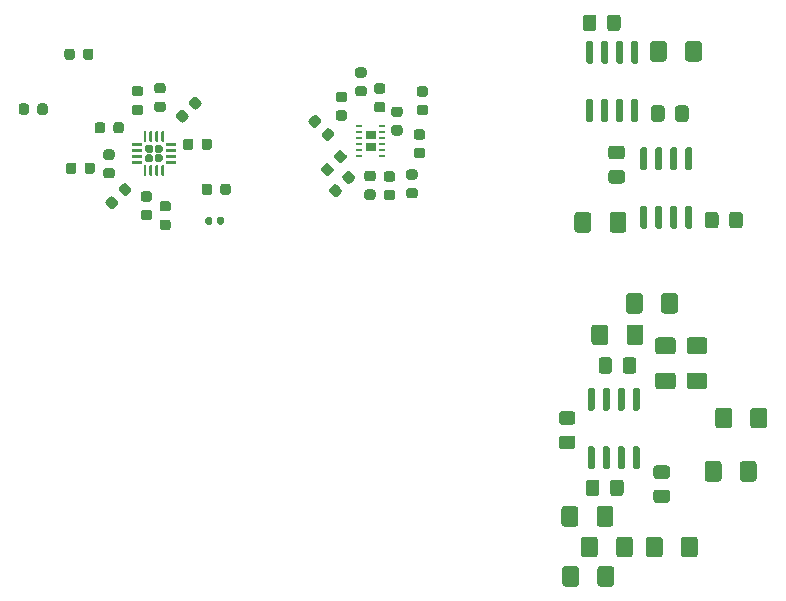
<source format=gbr>
%TF.GenerationSoftware,KiCad,Pcbnew,(5.1.8)-1*%
%TF.CreationDate,2021-03-14T21:45:14-06:00*%
%TF.ProjectId,Audio Card,41756469-6f20-4436-9172-642e6b696361,rev?*%
%TF.SameCoordinates,Original*%
%TF.FileFunction,Paste,Top*%
%TF.FilePolarity,Positive*%
%FSLAX46Y46*%
G04 Gerber Fmt 4.6, Leading zero omitted, Abs format (unit mm)*
G04 Created by KiCad (PCBNEW (5.1.8)-1) date 2021-03-14 21:45:14*
%MOMM*%
%LPD*%
G01*
G04 APERTURE LIST*
%ADD10R,0.950000X0.800000*%
%ADD11R,0.500000X0.250000*%
G04 APERTURE END LIST*
%TO.C,U9*%
G36*
G01*
X176664200Y-56995100D02*
X176664200Y-56245100D01*
G75*
G02*
X176726700Y-56182600I62500J0D01*
G01*
X176851700Y-56182600D01*
G75*
G02*
X176914200Y-56245100I0J-62500D01*
G01*
X176914200Y-56995100D01*
G75*
G02*
X176851700Y-57057600I-62500J0D01*
G01*
X176726700Y-57057600D01*
G75*
G02*
X176664200Y-56995100I0J62500D01*
G01*
G37*
G36*
G01*
X177164200Y-56995100D02*
X177164200Y-56245100D01*
G75*
G02*
X177226700Y-56182600I62500J0D01*
G01*
X177351700Y-56182600D01*
G75*
G02*
X177414200Y-56245100I0J-62500D01*
G01*
X177414200Y-56995100D01*
G75*
G02*
X177351700Y-57057600I-62500J0D01*
G01*
X177226700Y-57057600D01*
G75*
G02*
X177164200Y-56995100I0J62500D01*
G01*
G37*
G36*
G01*
X177664200Y-56995100D02*
X177664200Y-56245100D01*
G75*
G02*
X177726700Y-56182600I62500J0D01*
G01*
X177851700Y-56182600D01*
G75*
G02*
X177914200Y-56245100I0J-62500D01*
G01*
X177914200Y-56995100D01*
G75*
G02*
X177851700Y-57057600I-62500J0D01*
G01*
X177726700Y-57057600D01*
G75*
G02*
X177664200Y-56995100I0J62500D01*
G01*
G37*
G36*
G01*
X178164200Y-56995100D02*
X178164200Y-56245100D01*
G75*
G02*
X178226700Y-56182600I62500J0D01*
G01*
X178351700Y-56182600D01*
G75*
G02*
X178414200Y-56245100I0J-62500D01*
G01*
X178414200Y-56995100D01*
G75*
G02*
X178351700Y-57057600I-62500J0D01*
G01*
X178226700Y-57057600D01*
G75*
G02*
X178164200Y-56995100I0J62500D01*
G01*
G37*
G36*
G01*
X178539200Y-57370100D02*
X178539200Y-57245100D01*
G75*
G02*
X178601700Y-57182600I62500J0D01*
G01*
X179351700Y-57182600D01*
G75*
G02*
X179414200Y-57245100I0J-62500D01*
G01*
X179414200Y-57370100D01*
G75*
G02*
X179351700Y-57432600I-62500J0D01*
G01*
X178601700Y-57432600D01*
G75*
G02*
X178539200Y-57370100I0J62500D01*
G01*
G37*
G36*
G01*
X178539200Y-57870100D02*
X178539200Y-57745100D01*
G75*
G02*
X178601700Y-57682600I62500J0D01*
G01*
X179351700Y-57682600D01*
G75*
G02*
X179414200Y-57745100I0J-62500D01*
G01*
X179414200Y-57870100D01*
G75*
G02*
X179351700Y-57932600I-62500J0D01*
G01*
X178601700Y-57932600D01*
G75*
G02*
X178539200Y-57870100I0J62500D01*
G01*
G37*
G36*
G01*
X178539200Y-58370100D02*
X178539200Y-58245100D01*
G75*
G02*
X178601700Y-58182600I62500J0D01*
G01*
X179351700Y-58182600D01*
G75*
G02*
X179414200Y-58245100I0J-62500D01*
G01*
X179414200Y-58370100D01*
G75*
G02*
X179351700Y-58432600I-62500J0D01*
G01*
X178601700Y-58432600D01*
G75*
G02*
X178539200Y-58370100I0J62500D01*
G01*
G37*
G36*
G01*
X178539200Y-58870100D02*
X178539200Y-58745100D01*
G75*
G02*
X178601700Y-58682600I62500J0D01*
G01*
X179351700Y-58682600D01*
G75*
G02*
X179414200Y-58745100I0J-62500D01*
G01*
X179414200Y-58870100D01*
G75*
G02*
X179351700Y-58932600I-62500J0D01*
G01*
X178601700Y-58932600D01*
G75*
G02*
X178539200Y-58870100I0J62500D01*
G01*
G37*
G36*
G01*
X178164200Y-59870100D02*
X178164200Y-59120100D01*
G75*
G02*
X178226700Y-59057600I62500J0D01*
G01*
X178351700Y-59057600D01*
G75*
G02*
X178414200Y-59120100I0J-62500D01*
G01*
X178414200Y-59870100D01*
G75*
G02*
X178351700Y-59932600I-62500J0D01*
G01*
X178226700Y-59932600D01*
G75*
G02*
X178164200Y-59870100I0J62500D01*
G01*
G37*
G36*
G01*
X177664200Y-59870100D02*
X177664200Y-59120100D01*
G75*
G02*
X177726700Y-59057600I62500J0D01*
G01*
X177851700Y-59057600D01*
G75*
G02*
X177914200Y-59120100I0J-62500D01*
G01*
X177914200Y-59870100D01*
G75*
G02*
X177851700Y-59932600I-62500J0D01*
G01*
X177726700Y-59932600D01*
G75*
G02*
X177664200Y-59870100I0J62500D01*
G01*
G37*
G36*
G01*
X177164200Y-59870100D02*
X177164200Y-59120100D01*
G75*
G02*
X177226700Y-59057600I62500J0D01*
G01*
X177351700Y-59057600D01*
G75*
G02*
X177414200Y-59120100I0J-62500D01*
G01*
X177414200Y-59870100D01*
G75*
G02*
X177351700Y-59932600I-62500J0D01*
G01*
X177226700Y-59932600D01*
G75*
G02*
X177164200Y-59870100I0J62500D01*
G01*
G37*
G36*
G01*
X176664200Y-59870100D02*
X176664200Y-59120100D01*
G75*
G02*
X176726700Y-59057600I62500J0D01*
G01*
X176851700Y-59057600D01*
G75*
G02*
X176914200Y-59120100I0J-62500D01*
G01*
X176914200Y-59870100D01*
G75*
G02*
X176851700Y-59932600I-62500J0D01*
G01*
X176726700Y-59932600D01*
G75*
G02*
X176664200Y-59870100I0J62500D01*
G01*
G37*
G36*
G01*
X175664200Y-58870100D02*
X175664200Y-58745100D01*
G75*
G02*
X175726700Y-58682600I62500J0D01*
G01*
X176476700Y-58682600D01*
G75*
G02*
X176539200Y-58745100I0J-62500D01*
G01*
X176539200Y-58870100D01*
G75*
G02*
X176476700Y-58932600I-62500J0D01*
G01*
X175726700Y-58932600D01*
G75*
G02*
X175664200Y-58870100I0J62500D01*
G01*
G37*
G36*
G01*
X175664200Y-58370100D02*
X175664200Y-58245100D01*
G75*
G02*
X175726700Y-58182600I62500J0D01*
G01*
X176476700Y-58182600D01*
G75*
G02*
X176539200Y-58245100I0J-62500D01*
G01*
X176539200Y-58370100D01*
G75*
G02*
X176476700Y-58432600I-62500J0D01*
G01*
X175726700Y-58432600D01*
G75*
G02*
X175664200Y-58370100I0J62500D01*
G01*
G37*
G36*
G01*
X175664200Y-57870100D02*
X175664200Y-57745100D01*
G75*
G02*
X175726700Y-57682600I62500J0D01*
G01*
X176476700Y-57682600D01*
G75*
G02*
X176539200Y-57745100I0J-62500D01*
G01*
X176539200Y-57870100D01*
G75*
G02*
X176476700Y-57932600I-62500J0D01*
G01*
X175726700Y-57932600D01*
G75*
G02*
X175664200Y-57870100I0J62500D01*
G01*
G37*
G36*
G01*
X175664200Y-57370100D02*
X175664200Y-57245100D01*
G75*
G02*
X175726700Y-57182600I62500J0D01*
G01*
X176476700Y-57182600D01*
G75*
G02*
X176539200Y-57245100I0J-62500D01*
G01*
X176539200Y-57370100D01*
G75*
G02*
X176476700Y-57432600I-62500J0D01*
G01*
X175726700Y-57432600D01*
G75*
G02*
X175664200Y-57370100I0J62500D01*
G01*
G37*
G36*
G01*
X177594200Y-58630100D02*
X177594200Y-58285100D01*
G75*
G02*
X177766700Y-58112600I172500J0D01*
G01*
X178111700Y-58112600D01*
G75*
G02*
X178284200Y-58285100I0J-172500D01*
G01*
X178284200Y-58630100D01*
G75*
G02*
X178111700Y-58802600I-172500J0D01*
G01*
X177766700Y-58802600D01*
G75*
G02*
X177594200Y-58630100I0J172500D01*
G01*
G37*
G36*
G01*
X177594200Y-57830100D02*
X177594200Y-57485100D01*
G75*
G02*
X177766700Y-57312600I172500J0D01*
G01*
X178111700Y-57312600D01*
G75*
G02*
X178284200Y-57485100I0J-172500D01*
G01*
X178284200Y-57830100D01*
G75*
G02*
X178111700Y-58002600I-172500J0D01*
G01*
X177766700Y-58002600D01*
G75*
G02*
X177594200Y-57830100I0J172500D01*
G01*
G37*
G36*
G01*
X176794200Y-58630100D02*
X176794200Y-58285100D01*
G75*
G02*
X176966700Y-58112600I172500J0D01*
G01*
X177311700Y-58112600D01*
G75*
G02*
X177484200Y-58285100I0J-172500D01*
G01*
X177484200Y-58630100D01*
G75*
G02*
X177311700Y-58802600I-172500J0D01*
G01*
X176966700Y-58802600D01*
G75*
G02*
X176794200Y-58630100I0J172500D01*
G01*
G37*
G36*
G01*
X176794200Y-57830100D02*
X176794200Y-57485100D01*
G75*
G02*
X176966700Y-57312600I172500J0D01*
G01*
X177311700Y-57312600D01*
G75*
G02*
X177484200Y-57485100I0J-172500D01*
G01*
X177484200Y-57830100D01*
G75*
G02*
X177311700Y-58002600I-172500J0D01*
G01*
X176966700Y-58002600D01*
G75*
G02*
X176794200Y-57830100I0J172500D01*
G01*
G37*
%TD*%
%TO.C,C22*%
G36*
G01*
X216275499Y-59441500D02*
X217175501Y-59441500D01*
G75*
G02*
X217425500Y-59691499I0J-249999D01*
G01*
X217425500Y-60341501D01*
G75*
G02*
X217175501Y-60591500I-249999J0D01*
G01*
X216275499Y-60591500D01*
G75*
G02*
X216025500Y-60341501I0J249999D01*
G01*
X216025500Y-59691499D01*
G75*
G02*
X216275499Y-59441500I249999J0D01*
G01*
G37*
G36*
G01*
X216275499Y-57391500D02*
X217175501Y-57391500D01*
G75*
G02*
X217425500Y-57641499I0J-249999D01*
G01*
X217425500Y-58291501D01*
G75*
G02*
X217175501Y-58541500I-249999J0D01*
G01*
X216275499Y-58541500D01*
G75*
G02*
X216025500Y-58291501I0J249999D01*
G01*
X216025500Y-57641499D01*
G75*
G02*
X216275499Y-57391500I249999J0D01*
G01*
G37*
%TD*%
%TO.C,C21*%
G36*
G01*
X226247000Y-64140501D02*
X226247000Y-63240499D01*
G75*
G02*
X226496999Y-62990500I249999J0D01*
G01*
X227147001Y-62990500D01*
G75*
G02*
X227397000Y-63240499I0J-249999D01*
G01*
X227397000Y-64140501D01*
G75*
G02*
X227147001Y-64390500I-249999J0D01*
G01*
X226496999Y-64390500D01*
G75*
G02*
X226247000Y-64140501I0J249999D01*
G01*
G37*
G36*
G01*
X224197000Y-64140501D02*
X224197000Y-63240499D01*
G75*
G02*
X224446999Y-62990500I249999J0D01*
G01*
X225097001Y-62990500D01*
G75*
G02*
X225347000Y-63240499I0J-249999D01*
G01*
X225347000Y-64140501D01*
G75*
G02*
X225097001Y-64390500I-249999J0D01*
G01*
X224446999Y-64390500D01*
G75*
G02*
X224197000Y-64140501I0J249999D01*
G01*
G37*
%TD*%
%TO.C,C20*%
G36*
G01*
X221675000Y-55123501D02*
X221675000Y-54223499D01*
G75*
G02*
X221924999Y-53973500I249999J0D01*
G01*
X222575001Y-53973500D01*
G75*
G02*
X222825000Y-54223499I0J-249999D01*
G01*
X222825000Y-55123501D01*
G75*
G02*
X222575001Y-55373500I-249999J0D01*
G01*
X221924999Y-55373500D01*
G75*
G02*
X221675000Y-55123501I0J249999D01*
G01*
G37*
G36*
G01*
X219625000Y-55123501D02*
X219625000Y-54223499D01*
G75*
G02*
X219874999Y-53973500I249999J0D01*
G01*
X220525001Y-53973500D01*
G75*
G02*
X220775000Y-54223499I0J-249999D01*
G01*
X220775000Y-55123501D01*
G75*
G02*
X220525001Y-55373500I-249999J0D01*
G01*
X219874999Y-55373500D01*
G75*
G02*
X219625000Y-55123501I0J249999D01*
G01*
G37*
%TD*%
%TO.C,C19*%
G36*
G01*
X220085499Y-86501500D02*
X220985501Y-86501500D01*
G75*
G02*
X221235500Y-86751499I0J-249999D01*
G01*
X221235500Y-87401501D01*
G75*
G02*
X220985501Y-87651500I-249999J0D01*
G01*
X220085499Y-87651500D01*
G75*
G02*
X219835500Y-87401501I0J249999D01*
G01*
X219835500Y-86751499D01*
G75*
G02*
X220085499Y-86501500I249999J0D01*
G01*
G37*
G36*
G01*
X220085499Y-84451500D02*
X220985501Y-84451500D01*
G75*
G02*
X221235500Y-84701499I0J-249999D01*
G01*
X221235500Y-85351501D01*
G75*
G02*
X220985501Y-85601500I-249999J0D01*
G01*
X220085499Y-85601500D01*
G75*
G02*
X219835500Y-85351501I0J249999D01*
G01*
X219835500Y-84701499D01*
G75*
G02*
X220085499Y-84451500I249999J0D01*
G01*
G37*
%TD*%
%TO.C,C18*%
G36*
G01*
X212084499Y-81929500D02*
X212984501Y-81929500D01*
G75*
G02*
X213234500Y-82179499I0J-249999D01*
G01*
X213234500Y-82829501D01*
G75*
G02*
X212984501Y-83079500I-249999J0D01*
G01*
X212084499Y-83079500D01*
G75*
G02*
X211834500Y-82829501I0J249999D01*
G01*
X211834500Y-82179499D01*
G75*
G02*
X212084499Y-81929500I249999J0D01*
G01*
G37*
G36*
G01*
X212084499Y-79879500D02*
X212984501Y-79879500D01*
G75*
G02*
X213234500Y-80129499I0J-249999D01*
G01*
X213234500Y-80779501D01*
G75*
G02*
X212984501Y-81029500I-249999J0D01*
G01*
X212084499Y-81029500D01*
G75*
G02*
X211834500Y-80779501I0J249999D01*
G01*
X211834500Y-80129499D01*
G75*
G02*
X212084499Y-79879500I249999J0D01*
G01*
G37*
%TD*%
%TO.C,C17*%
G36*
G01*
X215905500Y-47440001D02*
X215905500Y-46539999D01*
G75*
G02*
X216155499Y-46290000I249999J0D01*
G01*
X216805501Y-46290000D01*
G75*
G02*
X217055500Y-46539999I0J-249999D01*
G01*
X217055500Y-47440001D01*
G75*
G02*
X216805501Y-47690000I-249999J0D01*
G01*
X216155499Y-47690000D01*
G75*
G02*
X215905500Y-47440001I0J249999D01*
G01*
G37*
G36*
G01*
X213855500Y-47440001D02*
X213855500Y-46539999D01*
G75*
G02*
X214105499Y-46290000I249999J0D01*
G01*
X214755501Y-46290000D01*
G75*
G02*
X215005500Y-46539999I0J-249999D01*
G01*
X215005500Y-47440001D01*
G75*
G02*
X214755501Y-47690000I-249999J0D01*
G01*
X214105499Y-47690000D01*
G75*
G02*
X213855500Y-47440001I0J249999D01*
G01*
G37*
%TD*%
%TO.C,C4*%
G36*
G01*
X216339000Y-75559499D02*
X216339000Y-76459501D01*
G75*
G02*
X216089001Y-76709500I-249999J0D01*
G01*
X215438999Y-76709500D01*
G75*
G02*
X215189000Y-76459501I0J249999D01*
G01*
X215189000Y-75559499D01*
G75*
G02*
X215438999Y-75309500I249999J0D01*
G01*
X216089001Y-75309500D01*
G75*
G02*
X216339000Y-75559499I0J-249999D01*
G01*
G37*
G36*
G01*
X218389000Y-75559499D02*
X218389000Y-76459501D01*
G75*
G02*
X218139001Y-76709500I-249999J0D01*
G01*
X217488999Y-76709500D01*
G75*
G02*
X217239000Y-76459501I0J249999D01*
G01*
X217239000Y-75559499D01*
G75*
G02*
X217488999Y-75309500I249999J0D01*
G01*
X218139001Y-75309500D01*
G75*
G02*
X218389000Y-75559499I0J-249999D01*
G01*
G37*
%TD*%
%TO.C,C2*%
G36*
G01*
X215259500Y-85909999D02*
X215259500Y-86810001D01*
G75*
G02*
X215009501Y-87060000I-249999J0D01*
G01*
X214359499Y-87060000D01*
G75*
G02*
X214109500Y-86810001I0J249999D01*
G01*
X214109500Y-85909999D01*
G75*
G02*
X214359499Y-85660000I249999J0D01*
G01*
X215009501Y-85660000D01*
G75*
G02*
X215259500Y-85909999I0J-249999D01*
G01*
G37*
G36*
G01*
X217309500Y-85909999D02*
X217309500Y-86810001D01*
G75*
G02*
X217059501Y-87060000I-249999J0D01*
G01*
X216409499Y-87060000D01*
G75*
G02*
X216159500Y-86810001I0J249999D01*
G01*
X216159500Y-85909999D01*
G75*
G02*
X216409499Y-85660000I249999J0D01*
G01*
X217059501Y-85660000D01*
G75*
G02*
X217309500Y-85909999I0J-249999D01*
G01*
G37*
%TD*%
%TO.C,R10*%
G36*
G01*
X216118500Y-64506000D02*
X216118500Y-63256000D01*
G75*
G02*
X216368500Y-63006000I250000J0D01*
G01*
X217293500Y-63006000D01*
G75*
G02*
X217543500Y-63256000I0J-250000D01*
G01*
X217543500Y-64506000D01*
G75*
G02*
X217293500Y-64756000I-250000J0D01*
G01*
X216368500Y-64756000D01*
G75*
G02*
X216118500Y-64506000I0J250000D01*
G01*
G37*
G36*
G01*
X213143500Y-64506000D02*
X213143500Y-63256000D01*
G75*
G02*
X213393500Y-63006000I250000J0D01*
G01*
X214318500Y-63006000D01*
G75*
G02*
X214568500Y-63256000I0J-250000D01*
G01*
X214568500Y-64506000D01*
G75*
G02*
X214318500Y-64756000I-250000J0D01*
G01*
X213393500Y-64756000D01*
G75*
G02*
X213143500Y-64506000I0J250000D01*
G01*
G37*
%TD*%
%TO.C,R6*%
G36*
G01*
X228041500Y-81079500D02*
X228041500Y-79829500D01*
G75*
G02*
X228291500Y-79579500I250000J0D01*
G01*
X229216500Y-79579500D01*
G75*
G02*
X229466500Y-79829500I0J-250000D01*
G01*
X229466500Y-81079500D01*
G75*
G02*
X229216500Y-81329500I-250000J0D01*
G01*
X228291500Y-81329500D01*
G75*
G02*
X228041500Y-81079500I0J250000D01*
G01*
G37*
G36*
G01*
X225066500Y-81079500D02*
X225066500Y-79829500D01*
G75*
G02*
X225316500Y-79579500I250000J0D01*
G01*
X226241500Y-79579500D01*
G75*
G02*
X226491500Y-79829500I0J-250000D01*
G01*
X226491500Y-81079500D01*
G75*
G02*
X226241500Y-81329500I-250000J0D01*
G01*
X225316500Y-81329500D01*
G75*
G02*
X225066500Y-81079500I0J250000D01*
G01*
G37*
%TD*%
%TO.C,R5*%
G36*
G01*
X220967000Y-48778000D02*
X220967000Y-50028000D01*
G75*
G02*
X220717000Y-50278000I-250000J0D01*
G01*
X219792000Y-50278000D01*
G75*
G02*
X219542000Y-50028000I0J250000D01*
G01*
X219542000Y-48778000D01*
G75*
G02*
X219792000Y-48528000I250000J0D01*
G01*
X220717000Y-48528000D01*
G75*
G02*
X220967000Y-48778000I0J-250000D01*
G01*
G37*
G36*
G01*
X223942000Y-48778000D02*
X223942000Y-50028000D01*
G75*
G02*
X223692000Y-50278000I-250000J0D01*
G01*
X222767000Y-50278000D01*
G75*
G02*
X222517000Y-50028000I0J250000D01*
G01*
X222517000Y-48778000D01*
G75*
G02*
X222767000Y-48528000I250000J0D01*
G01*
X223692000Y-48528000D01*
G75*
G02*
X223942000Y-48778000I0J-250000D01*
G01*
G37*
%TD*%
%TO.C,R1*%
G36*
G01*
X227152500Y-85588000D02*
X227152500Y-84338000D01*
G75*
G02*
X227402500Y-84088000I250000J0D01*
G01*
X228327500Y-84088000D01*
G75*
G02*
X228577500Y-84338000I0J-250000D01*
G01*
X228577500Y-85588000D01*
G75*
G02*
X228327500Y-85838000I-250000J0D01*
G01*
X227402500Y-85838000D01*
G75*
G02*
X227152500Y-85588000I0J250000D01*
G01*
G37*
G36*
G01*
X224177500Y-85588000D02*
X224177500Y-84338000D01*
G75*
G02*
X224427500Y-84088000I250000J0D01*
G01*
X225352500Y-84088000D01*
G75*
G02*
X225602500Y-84338000I0J-250000D01*
G01*
X225602500Y-85588000D01*
G75*
G02*
X225352500Y-85838000I-250000J0D01*
G01*
X224427500Y-85838000D01*
G75*
G02*
X224177500Y-85588000I0J250000D01*
G01*
G37*
%TD*%
%TO.C,C3*%
G36*
G01*
X221478000Y-75044000D02*
X220228000Y-75044000D01*
G75*
G02*
X219978000Y-74794000I0J250000D01*
G01*
X219978000Y-73869000D01*
G75*
G02*
X220228000Y-73619000I250000J0D01*
G01*
X221478000Y-73619000D01*
G75*
G02*
X221728000Y-73869000I0J-250000D01*
G01*
X221728000Y-74794000D01*
G75*
G02*
X221478000Y-75044000I-250000J0D01*
G01*
G37*
G36*
G01*
X221478000Y-78019000D02*
X220228000Y-78019000D01*
G75*
G02*
X219978000Y-77769000I0J250000D01*
G01*
X219978000Y-76844000D01*
G75*
G02*
X220228000Y-76594000I250000J0D01*
G01*
X221478000Y-76594000D01*
G75*
G02*
X221728000Y-76844000I0J-250000D01*
G01*
X221728000Y-77769000D01*
G75*
G02*
X221478000Y-78019000I-250000J0D01*
G01*
G37*
%TD*%
%TO.C,C1*%
G36*
G01*
X213474000Y-88148000D02*
X213474000Y-89398000D01*
G75*
G02*
X213224000Y-89648000I-250000J0D01*
G01*
X212299000Y-89648000D01*
G75*
G02*
X212049000Y-89398000I0J250000D01*
G01*
X212049000Y-88148000D01*
G75*
G02*
X212299000Y-87898000I250000J0D01*
G01*
X213224000Y-87898000D01*
G75*
G02*
X213474000Y-88148000I0J-250000D01*
G01*
G37*
G36*
G01*
X216449000Y-88148000D02*
X216449000Y-89398000D01*
G75*
G02*
X216199000Y-89648000I-250000J0D01*
G01*
X215274000Y-89648000D01*
G75*
G02*
X215024000Y-89398000I0J250000D01*
G01*
X215024000Y-88148000D01*
G75*
G02*
X215274000Y-87898000I250000J0D01*
G01*
X216199000Y-87898000D01*
G75*
G02*
X216449000Y-88148000I0J-250000D01*
G01*
G37*
%TD*%
%TO.C,R9*%
G36*
G01*
X220485000Y-71364000D02*
X220485000Y-70114000D01*
G75*
G02*
X220735000Y-69864000I250000J0D01*
G01*
X221660000Y-69864000D01*
G75*
G02*
X221910000Y-70114000I0J-250000D01*
G01*
X221910000Y-71364000D01*
G75*
G02*
X221660000Y-71614000I-250000J0D01*
G01*
X220735000Y-71614000D01*
G75*
G02*
X220485000Y-71364000I0J250000D01*
G01*
G37*
G36*
G01*
X217510000Y-71364000D02*
X217510000Y-70114000D01*
G75*
G02*
X217760000Y-69864000I250000J0D01*
G01*
X218685000Y-69864000D01*
G75*
G02*
X218935000Y-70114000I0J-250000D01*
G01*
X218935000Y-71364000D01*
G75*
G02*
X218685000Y-71614000I-250000J0D01*
G01*
X217760000Y-71614000D01*
G75*
G02*
X217510000Y-71364000I0J250000D01*
G01*
G37*
%TD*%
%TO.C,R8*%
G36*
G01*
X217564000Y-74031000D02*
X217564000Y-72781000D01*
G75*
G02*
X217814000Y-72531000I250000J0D01*
G01*
X218739000Y-72531000D01*
G75*
G02*
X218989000Y-72781000I0J-250000D01*
G01*
X218989000Y-74031000D01*
G75*
G02*
X218739000Y-74281000I-250000J0D01*
G01*
X217814000Y-74281000D01*
G75*
G02*
X217564000Y-74031000I0J250000D01*
G01*
G37*
G36*
G01*
X214589000Y-74031000D02*
X214589000Y-72781000D01*
G75*
G02*
X214839000Y-72531000I250000J0D01*
G01*
X215764000Y-72531000D01*
G75*
G02*
X216014000Y-72781000I0J-250000D01*
G01*
X216014000Y-74031000D01*
G75*
G02*
X215764000Y-74281000I-250000J0D01*
G01*
X214839000Y-74281000D01*
G75*
G02*
X214589000Y-74031000I0J250000D01*
G01*
G37*
%TD*%
%TO.C,R7*%
G36*
G01*
X222895000Y-76594000D02*
X224145000Y-76594000D01*
G75*
G02*
X224395000Y-76844000I0J-250000D01*
G01*
X224395000Y-77769000D01*
G75*
G02*
X224145000Y-78019000I-250000J0D01*
G01*
X222895000Y-78019000D01*
G75*
G02*
X222645000Y-77769000I0J250000D01*
G01*
X222645000Y-76844000D01*
G75*
G02*
X222895000Y-76594000I250000J0D01*
G01*
G37*
G36*
G01*
X222895000Y-73619000D02*
X224145000Y-73619000D01*
G75*
G02*
X224395000Y-73869000I0J-250000D01*
G01*
X224395000Y-74794000D01*
G75*
G02*
X224145000Y-75044000I-250000J0D01*
G01*
X222895000Y-75044000D01*
G75*
G02*
X222645000Y-74794000I0J250000D01*
G01*
X222645000Y-73869000D01*
G75*
G02*
X222895000Y-73619000I250000J0D01*
G01*
G37*
%TD*%
%TO.C,R4*%
G36*
G01*
X222163000Y-92001500D02*
X222163000Y-90751500D01*
G75*
G02*
X222413000Y-90501500I250000J0D01*
G01*
X223338000Y-90501500D01*
G75*
G02*
X223588000Y-90751500I0J-250000D01*
G01*
X223588000Y-92001500D01*
G75*
G02*
X223338000Y-92251500I-250000J0D01*
G01*
X222413000Y-92251500D01*
G75*
G02*
X222163000Y-92001500I0J250000D01*
G01*
G37*
G36*
G01*
X219188000Y-92001500D02*
X219188000Y-90751500D01*
G75*
G02*
X219438000Y-90501500I250000J0D01*
G01*
X220363000Y-90501500D01*
G75*
G02*
X220613000Y-90751500I0J-250000D01*
G01*
X220613000Y-92001500D01*
G75*
G02*
X220363000Y-92251500I-250000J0D01*
G01*
X219438000Y-92251500D01*
G75*
G02*
X219188000Y-92001500I0J250000D01*
G01*
G37*
%TD*%
%TO.C,R3*%
G36*
G01*
X216675000Y-92001500D02*
X216675000Y-90751500D01*
G75*
G02*
X216925000Y-90501500I250000J0D01*
G01*
X217850000Y-90501500D01*
G75*
G02*
X218100000Y-90751500I0J-250000D01*
G01*
X218100000Y-92001500D01*
G75*
G02*
X217850000Y-92251500I-250000J0D01*
G01*
X216925000Y-92251500D01*
G75*
G02*
X216675000Y-92001500I0J250000D01*
G01*
G37*
G36*
G01*
X213700000Y-92001500D02*
X213700000Y-90751500D01*
G75*
G02*
X213950000Y-90501500I250000J0D01*
G01*
X214875000Y-90501500D01*
G75*
G02*
X215125000Y-90751500I0J-250000D01*
G01*
X215125000Y-92001500D01*
G75*
G02*
X214875000Y-92251500I-250000J0D01*
G01*
X213950000Y-92251500D01*
G75*
G02*
X213700000Y-92001500I0J250000D01*
G01*
G37*
%TD*%
%TO.C,R2*%
G36*
G01*
X215087500Y-94478000D02*
X215087500Y-93228000D01*
G75*
G02*
X215337500Y-92978000I250000J0D01*
G01*
X216262500Y-92978000D01*
G75*
G02*
X216512500Y-93228000I0J-250000D01*
G01*
X216512500Y-94478000D01*
G75*
G02*
X216262500Y-94728000I-250000J0D01*
G01*
X215337500Y-94728000D01*
G75*
G02*
X215087500Y-94478000I0J250000D01*
G01*
G37*
G36*
G01*
X212112500Y-94478000D02*
X212112500Y-93228000D01*
G75*
G02*
X212362500Y-92978000I250000J0D01*
G01*
X213287500Y-92978000D01*
G75*
G02*
X213537500Y-93228000I0J-250000D01*
G01*
X213537500Y-94478000D01*
G75*
G02*
X213287500Y-94728000I-250000J0D01*
G01*
X212362500Y-94728000D01*
G75*
G02*
X212112500Y-94478000I0J250000D01*
G01*
G37*
%TD*%
%TO.C,U3*%
G36*
G01*
X222671500Y-62460000D02*
X222971500Y-62460000D01*
G75*
G02*
X223121500Y-62610000I0J-150000D01*
G01*
X223121500Y-64260000D01*
G75*
G02*
X222971500Y-64410000I-150000J0D01*
G01*
X222671500Y-64410000D01*
G75*
G02*
X222521500Y-64260000I0J150000D01*
G01*
X222521500Y-62610000D01*
G75*
G02*
X222671500Y-62460000I150000J0D01*
G01*
G37*
G36*
G01*
X221401500Y-62460000D02*
X221701500Y-62460000D01*
G75*
G02*
X221851500Y-62610000I0J-150000D01*
G01*
X221851500Y-64260000D01*
G75*
G02*
X221701500Y-64410000I-150000J0D01*
G01*
X221401500Y-64410000D01*
G75*
G02*
X221251500Y-64260000I0J150000D01*
G01*
X221251500Y-62610000D01*
G75*
G02*
X221401500Y-62460000I150000J0D01*
G01*
G37*
G36*
G01*
X220131500Y-62460000D02*
X220431500Y-62460000D01*
G75*
G02*
X220581500Y-62610000I0J-150000D01*
G01*
X220581500Y-64260000D01*
G75*
G02*
X220431500Y-64410000I-150000J0D01*
G01*
X220131500Y-64410000D01*
G75*
G02*
X219981500Y-64260000I0J150000D01*
G01*
X219981500Y-62610000D01*
G75*
G02*
X220131500Y-62460000I150000J0D01*
G01*
G37*
G36*
G01*
X218861500Y-62460000D02*
X219161500Y-62460000D01*
G75*
G02*
X219311500Y-62610000I0J-150000D01*
G01*
X219311500Y-64260000D01*
G75*
G02*
X219161500Y-64410000I-150000J0D01*
G01*
X218861500Y-64410000D01*
G75*
G02*
X218711500Y-64260000I0J150000D01*
G01*
X218711500Y-62610000D01*
G75*
G02*
X218861500Y-62460000I150000J0D01*
G01*
G37*
G36*
G01*
X218861500Y-57510000D02*
X219161500Y-57510000D01*
G75*
G02*
X219311500Y-57660000I0J-150000D01*
G01*
X219311500Y-59310000D01*
G75*
G02*
X219161500Y-59460000I-150000J0D01*
G01*
X218861500Y-59460000D01*
G75*
G02*
X218711500Y-59310000I0J150000D01*
G01*
X218711500Y-57660000D01*
G75*
G02*
X218861500Y-57510000I150000J0D01*
G01*
G37*
G36*
G01*
X220131500Y-57510000D02*
X220431500Y-57510000D01*
G75*
G02*
X220581500Y-57660000I0J-150000D01*
G01*
X220581500Y-59310000D01*
G75*
G02*
X220431500Y-59460000I-150000J0D01*
G01*
X220131500Y-59460000D01*
G75*
G02*
X219981500Y-59310000I0J150000D01*
G01*
X219981500Y-57660000D01*
G75*
G02*
X220131500Y-57510000I150000J0D01*
G01*
G37*
G36*
G01*
X221401500Y-57510000D02*
X221701500Y-57510000D01*
G75*
G02*
X221851500Y-57660000I0J-150000D01*
G01*
X221851500Y-59310000D01*
G75*
G02*
X221701500Y-59460000I-150000J0D01*
G01*
X221401500Y-59460000D01*
G75*
G02*
X221251500Y-59310000I0J150000D01*
G01*
X221251500Y-57660000D01*
G75*
G02*
X221401500Y-57510000I150000J0D01*
G01*
G37*
G36*
G01*
X222671500Y-57510000D02*
X222971500Y-57510000D01*
G75*
G02*
X223121500Y-57660000I0J-150000D01*
G01*
X223121500Y-59310000D01*
G75*
G02*
X222971500Y-59460000I-150000J0D01*
G01*
X222671500Y-59460000D01*
G75*
G02*
X222521500Y-59310000I0J150000D01*
G01*
X222521500Y-57660000D01*
G75*
G02*
X222671500Y-57510000I150000J0D01*
G01*
G37*
%TD*%
%TO.C,U2*%
G36*
G01*
X214589500Y-50443000D02*
X214289500Y-50443000D01*
G75*
G02*
X214139500Y-50293000I0J150000D01*
G01*
X214139500Y-48643000D01*
G75*
G02*
X214289500Y-48493000I150000J0D01*
G01*
X214589500Y-48493000D01*
G75*
G02*
X214739500Y-48643000I0J-150000D01*
G01*
X214739500Y-50293000D01*
G75*
G02*
X214589500Y-50443000I-150000J0D01*
G01*
G37*
G36*
G01*
X215859500Y-50443000D02*
X215559500Y-50443000D01*
G75*
G02*
X215409500Y-50293000I0J150000D01*
G01*
X215409500Y-48643000D01*
G75*
G02*
X215559500Y-48493000I150000J0D01*
G01*
X215859500Y-48493000D01*
G75*
G02*
X216009500Y-48643000I0J-150000D01*
G01*
X216009500Y-50293000D01*
G75*
G02*
X215859500Y-50443000I-150000J0D01*
G01*
G37*
G36*
G01*
X217129500Y-50443000D02*
X216829500Y-50443000D01*
G75*
G02*
X216679500Y-50293000I0J150000D01*
G01*
X216679500Y-48643000D01*
G75*
G02*
X216829500Y-48493000I150000J0D01*
G01*
X217129500Y-48493000D01*
G75*
G02*
X217279500Y-48643000I0J-150000D01*
G01*
X217279500Y-50293000D01*
G75*
G02*
X217129500Y-50443000I-150000J0D01*
G01*
G37*
G36*
G01*
X218399500Y-50443000D02*
X218099500Y-50443000D01*
G75*
G02*
X217949500Y-50293000I0J150000D01*
G01*
X217949500Y-48643000D01*
G75*
G02*
X218099500Y-48493000I150000J0D01*
G01*
X218399500Y-48493000D01*
G75*
G02*
X218549500Y-48643000I0J-150000D01*
G01*
X218549500Y-50293000D01*
G75*
G02*
X218399500Y-50443000I-150000J0D01*
G01*
G37*
G36*
G01*
X218399500Y-55393000D02*
X218099500Y-55393000D01*
G75*
G02*
X217949500Y-55243000I0J150000D01*
G01*
X217949500Y-53593000D01*
G75*
G02*
X218099500Y-53443000I150000J0D01*
G01*
X218399500Y-53443000D01*
G75*
G02*
X218549500Y-53593000I0J-150000D01*
G01*
X218549500Y-55243000D01*
G75*
G02*
X218399500Y-55393000I-150000J0D01*
G01*
G37*
G36*
G01*
X217129500Y-55393000D02*
X216829500Y-55393000D01*
G75*
G02*
X216679500Y-55243000I0J150000D01*
G01*
X216679500Y-53593000D01*
G75*
G02*
X216829500Y-53443000I150000J0D01*
G01*
X217129500Y-53443000D01*
G75*
G02*
X217279500Y-53593000I0J-150000D01*
G01*
X217279500Y-55243000D01*
G75*
G02*
X217129500Y-55393000I-150000J0D01*
G01*
G37*
G36*
G01*
X215859500Y-55393000D02*
X215559500Y-55393000D01*
G75*
G02*
X215409500Y-55243000I0J150000D01*
G01*
X215409500Y-53593000D01*
G75*
G02*
X215559500Y-53443000I150000J0D01*
G01*
X215859500Y-53443000D01*
G75*
G02*
X216009500Y-53593000I0J-150000D01*
G01*
X216009500Y-55243000D01*
G75*
G02*
X215859500Y-55393000I-150000J0D01*
G01*
G37*
G36*
G01*
X214589500Y-55393000D02*
X214289500Y-55393000D01*
G75*
G02*
X214139500Y-55243000I0J150000D01*
G01*
X214139500Y-53593000D01*
G75*
G02*
X214289500Y-53443000I150000J0D01*
G01*
X214589500Y-53443000D01*
G75*
G02*
X214739500Y-53593000I0J-150000D01*
G01*
X214739500Y-55243000D01*
G75*
G02*
X214589500Y-55393000I-150000J0D01*
G01*
G37*
%TD*%
%TO.C,U1*%
G36*
G01*
X214716500Y-79842000D02*
X214416500Y-79842000D01*
G75*
G02*
X214266500Y-79692000I0J150000D01*
G01*
X214266500Y-78042000D01*
G75*
G02*
X214416500Y-77892000I150000J0D01*
G01*
X214716500Y-77892000D01*
G75*
G02*
X214866500Y-78042000I0J-150000D01*
G01*
X214866500Y-79692000D01*
G75*
G02*
X214716500Y-79842000I-150000J0D01*
G01*
G37*
G36*
G01*
X215986500Y-79842000D02*
X215686500Y-79842000D01*
G75*
G02*
X215536500Y-79692000I0J150000D01*
G01*
X215536500Y-78042000D01*
G75*
G02*
X215686500Y-77892000I150000J0D01*
G01*
X215986500Y-77892000D01*
G75*
G02*
X216136500Y-78042000I0J-150000D01*
G01*
X216136500Y-79692000D01*
G75*
G02*
X215986500Y-79842000I-150000J0D01*
G01*
G37*
G36*
G01*
X217256500Y-79842000D02*
X216956500Y-79842000D01*
G75*
G02*
X216806500Y-79692000I0J150000D01*
G01*
X216806500Y-78042000D01*
G75*
G02*
X216956500Y-77892000I150000J0D01*
G01*
X217256500Y-77892000D01*
G75*
G02*
X217406500Y-78042000I0J-150000D01*
G01*
X217406500Y-79692000D01*
G75*
G02*
X217256500Y-79842000I-150000J0D01*
G01*
G37*
G36*
G01*
X218526500Y-79842000D02*
X218226500Y-79842000D01*
G75*
G02*
X218076500Y-79692000I0J150000D01*
G01*
X218076500Y-78042000D01*
G75*
G02*
X218226500Y-77892000I150000J0D01*
G01*
X218526500Y-77892000D01*
G75*
G02*
X218676500Y-78042000I0J-150000D01*
G01*
X218676500Y-79692000D01*
G75*
G02*
X218526500Y-79842000I-150000J0D01*
G01*
G37*
G36*
G01*
X218526500Y-84792000D02*
X218226500Y-84792000D01*
G75*
G02*
X218076500Y-84642000I0J150000D01*
G01*
X218076500Y-82992000D01*
G75*
G02*
X218226500Y-82842000I150000J0D01*
G01*
X218526500Y-82842000D01*
G75*
G02*
X218676500Y-82992000I0J-150000D01*
G01*
X218676500Y-84642000D01*
G75*
G02*
X218526500Y-84792000I-150000J0D01*
G01*
G37*
G36*
G01*
X217256500Y-84792000D02*
X216956500Y-84792000D01*
G75*
G02*
X216806500Y-84642000I0J150000D01*
G01*
X216806500Y-82992000D01*
G75*
G02*
X216956500Y-82842000I150000J0D01*
G01*
X217256500Y-82842000D01*
G75*
G02*
X217406500Y-82992000I0J-150000D01*
G01*
X217406500Y-84642000D01*
G75*
G02*
X217256500Y-84792000I-150000J0D01*
G01*
G37*
G36*
G01*
X215986500Y-84792000D02*
X215686500Y-84792000D01*
G75*
G02*
X215536500Y-84642000I0J150000D01*
G01*
X215536500Y-82992000D01*
G75*
G02*
X215686500Y-82842000I150000J0D01*
G01*
X215986500Y-82842000D01*
G75*
G02*
X216136500Y-82992000I0J-150000D01*
G01*
X216136500Y-84642000D01*
G75*
G02*
X215986500Y-84792000I-150000J0D01*
G01*
G37*
G36*
G01*
X214716500Y-84792000D02*
X214416500Y-84792000D01*
G75*
G02*
X214266500Y-84642000I0J150000D01*
G01*
X214266500Y-82992000D01*
G75*
G02*
X214416500Y-82842000I150000J0D01*
G01*
X214716500Y-82842000D01*
G75*
G02*
X214866500Y-82992000I0J-150000D01*
G01*
X214866500Y-84642000D01*
G75*
G02*
X214716500Y-84792000I-150000J0D01*
G01*
G37*
%TD*%
%TO.C,R28*%
G36*
G01*
X167672500Y-54548750D02*
X167672500Y-54036250D01*
G75*
G02*
X167891250Y-53817500I218750J0D01*
G01*
X168328750Y-53817500D01*
G75*
G02*
X168547500Y-54036250I0J-218750D01*
G01*
X168547500Y-54548750D01*
G75*
G02*
X168328750Y-54767500I-218750J0D01*
G01*
X167891250Y-54767500D01*
G75*
G02*
X167672500Y-54548750I0J218750D01*
G01*
G37*
G36*
G01*
X166097500Y-54548750D02*
X166097500Y-54036250D01*
G75*
G02*
X166316250Y-53817500I218750J0D01*
G01*
X166753750Y-53817500D01*
G75*
G02*
X166972500Y-54036250I0J-218750D01*
G01*
X166972500Y-54548750D01*
G75*
G02*
X166753750Y-54767500I-218750J0D01*
G01*
X166316250Y-54767500D01*
G75*
G02*
X166097500Y-54548750I0J218750D01*
G01*
G37*
%TD*%
%TO.C,C16*%
G36*
G01*
X192357316Y-58930791D02*
X192719709Y-59293184D01*
G75*
G02*
X192719709Y-59602544I-154680J-154680D01*
G01*
X192410350Y-59911903D01*
G75*
G02*
X192100990Y-59911903I-154680J154680D01*
G01*
X191738597Y-59549510D01*
G75*
G02*
X191738597Y-59240150I154680J154680D01*
G01*
X192047956Y-58930791D01*
G75*
G02*
X192357316Y-58930791I154680J-154680D01*
G01*
G37*
G36*
G01*
X193471010Y-57817097D02*
X193833403Y-58179490D01*
G75*
G02*
X193833403Y-58488850I-154680J-154680D01*
G01*
X193524044Y-58798209D01*
G75*
G02*
X193214684Y-58798209I-154680J154680D01*
G01*
X192852291Y-58435816D01*
G75*
G02*
X192852291Y-58126456I154680J154680D01*
G01*
X193161650Y-57817097D01*
G75*
G02*
X193471010Y-57817097I154680J-154680D01*
G01*
G37*
%TD*%
%TO.C,R27*%
G36*
G01*
X197741250Y-60445000D02*
X197228750Y-60445000D01*
G75*
G02*
X197010000Y-60226250I0J218750D01*
G01*
X197010000Y-59788750D01*
G75*
G02*
X197228750Y-59570000I218750J0D01*
G01*
X197741250Y-59570000D01*
G75*
G02*
X197960000Y-59788750I0J-218750D01*
G01*
X197960000Y-60226250D01*
G75*
G02*
X197741250Y-60445000I-218750J0D01*
G01*
G37*
G36*
G01*
X197741250Y-62020000D02*
X197228750Y-62020000D01*
G75*
G02*
X197010000Y-61801250I0J218750D01*
G01*
X197010000Y-61363750D01*
G75*
G02*
X197228750Y-61145000I218750J0D01*
G01*
X197741250Y-61145000D01*
G75*
G02*
X197960000Y-61363750I0J-218750D01*
G01*
X197960000Y-61801250D01*
G75*
G02*
X197741250Y-62020000I-218750J0D01*
G01*
G37*
%TD*%
%TO.C,R26*%
G36*
G01*
X195577750Y-61094000D02*
X196090250Y-61094000D01*
G75*
G02*
X196309000Y-61312750I0J-218750D01*
G01*
X196309000Y-61750250D01*
G75*
G02*
X196090250Y-61969000I-218750J0D01*
G01*
X195577750Y-61969000D01*
G75*
G02*
X195359000Y-61750250I0J218750D01*
G01*
X195359000Y-61312750D01*
G75*
G02*
X195577750Y-61094000I218750J0D01*
G01*
G37*
G36*
G01*
X195577750Y-59519000D02*
X196090250Y-59519000D01*
G75*
G02*
X196309000Y-59737750I0J-218750D01*
G01*
X196309000Y-60175250D01*
G75*
G02*
X196090250Y-60394000I-218750J0D01*
G01*
X195577750Y-60394000D01*
G75*
G02*
X195359000Y-60175250I0J218750D01*
G01*
X195359000Y-59737750D01*
G75*
G02*
X195577750Y-59519000I218750J0D01*
G01*
G37*
%TD*%
%TO.C,R25*%
G36*
G01*
X196403250Y-53690000D02*
X196915750Y-53690000D01*
G75*
G02*
X197134500Y-53908750I0J-218750D01*
G01*
X197134500Y-54346250D01*
G75*
G02*
X196915750Y-54565000I-218750J0D01*
G01*
X196403250Y-54565000D01*
G75*
G02*
X196184500Y-54346250I0J218750D01*
G01*
X196184500Y-53908750D01*
G75*
G02*
X196403250Y-53690000I218750J0D01*
G01*
G37*
G36*
G01*
X196403250Y-52115000D02*
X196915750Y-52115000D01*
G75*
G02*
X197134500Y-52333750I0J-218750D01*
G01*
X197134500Y-52771250D01*
G75*
G02*
X196915750Y-52990000I-218750J0D01*
G01*
X196403250Y-52990000D01*
G75*
G02*
X196184500Y-52771250I0J218750D01*
G01*
X196184500Y-52333750D01*
G75*
G02*
X196403250Y-52115000I218750J0D01*
G01*
G37*
%TD*%
%TO.C,R24*%
G36*
G01*
X199646250Y-60267000D02*
X199133750Y-60267000D01*
G75*
G02*
X198915000Y-60048250I0J218750D01*
G01*
X198915000Y-59610750D01*
G75*
G02*
X199133750Y-59392000I218750J0D01*
G01*
X199646250Y-59392000D01*
G75*
G02*
X199865000Y-59610750I0J-218750D01*
G01*
X199865000Y-60048250D01*
G75*
G02*
X199646250Y-60267000I-218750J0D01*
G01*
G37*
G36*
G01*
X199646250Y-61842000D02*
X199133750Y-61842000D01*
G75*
G02*
X198915000Y-61623250I0J218750D01*
G01*
X198915000Y-61185750D01*
G75*
G02*
X199133750Y-60967000I218750J0D01*
G01*
X199646250Y-60967000D01*
G75*
G02*
X199865000Y-61185750I0J-218750D01*
G01*
X199865000Y-61623250D01*
G75*
G02*
X199646250Y-61842000I-218750J0D01*
G01*
G37*
%TD*%
%TO.C,R23*%
G36*
G01*
X193164750Y-54388500D02*
X193677250Y-54388500D01*
G75*
G02*
X193896000Y-54607250I0J-218750D01*
G01*
X193896000Y-55044750D01*
G75*
G02*
X193677250Y-55263500I-218750J0D01*
G01*
X193164750Y-55263500D01*
G75*
G02*
X192946000Y-55044750I0J218750D01*
G01*
X192946000Y-54607250D01*
G75*
G02*
X193164750Y-54388500I218750J0D01*
G01*
G37*
G36*
G01*
X193164750Y-52813500D02*
X193677250Y-52813500D01*
G75*
G02*
X193896000Y-53032250I0J-218750D01*
G01*
X193896000Y-53469750D01*
G75*
G02*
X193677250Y-53688500I-218750J0D01*
G01*
X193164750Y-53688500D01*
G75*
G02*
X192946000Y-53469750I0J218750D01*
G01*
X192946000Y-53032250D01*
G75*
G02*
X193164750Y-52813500I218750J0D01*
G01*
G37*
%TD*%
%TO.C,R22*%
G36*
G01*
X197863750Y-55658500D02*
X198376250Y-55658500D01*
G75*
G02*
X198595000Y-55877250I0J-218750D01*
G01*
X198595000Y-56314750D01*
G75*
G02*
X198376250Y-56533500I-218750J0D01*
G01*
X197863750Y-56533500D01*
G75*
G02*
X197645000Y-56314750I0J218750D01*
G01*
X197645000Y-55877250D01*
G75*
G02*
X197863750Y-55658500I218750J0D01*
G01*
G37*
G36*
G01*
X197863750Y-54083500D02*
X198376250Y-54083500D01*
G75*
G02*
X198595000Y-54302250I0J-218750D01*
G01*
X198595000Y-54739750D01*
G75*
G02*
X198376250Y-54958500I-218750J0D01*
G01*
X197863750Y-54958500D01*
G75*
G02*
X197645000Y-54739750I0J218750D01*
G01*
X197645000Y-54302250D01*
G75*
G02*
X197863750Y-54083500I218750J0D01*
G01*
G37*
%TD*%
%TO.C,R21*%
G36*
G01*
X183166500Y-61343250D02*
X183166500Y-60830750D01*
G75*
G02*
X183385250Y-60612000I218750J0D01*
G01*
X183822750Y-60612000D01*
G75*
G02*
X184041500Y-60830750I0J-218750D01*
G01*
X184041500Y-61343250D01*
G75*
G02*
X183822750Y-61562000I-218750J0D01*
G01*
X183385250Y-61562000D01*
G75*
G02*
X183166500Y-61343250I0J218750D01*
G01*
G37*
G36*
G01*
X181591500Y-61343250D02*
X181591500Y-60830750D01*
G75*
G02*
X181810250Y-60612000I218750J0D01*
G01*
X182247750Y-60612000D01*
G75*
G02*
X182466500Y-60830750I0J-218750D01*
G01*
X182466500Y-61343250D01*
G75*
G02*
X182247750Y-61562000I-218750J0D01*
G01*
X181810250Y-61562000D01*
G75*
G02*
X181591500Y-61343250I0J218750D01*
G01*
G37*
%TD*%
%TO.C,R20*%
G36*
G01*
X173411500Y-55623750D02*
X173411500Y-56136250D01*
G75*
G02*
X173192750Y-56355000I-218750J0D01*
G01*
X172755250Y-56355000D01*
G75*
G02*
X172536500Y-56136250I0J218750D01*
G01*
X172536500Y-55623750D01*
G75*
G02*
X172755250Y-55405000I218750J0D01*
G01*
X173192750Y-55405000D01*
G75*
G02*
X173411500Y-55623750I0J-218750D01*
G01*
G37*
G36*
G01*
X174986500Y-55623750D02*
X174986500Y-56136250D01*
G75*
G02*
X174767750Y-56355000I-218750J0D01*
G01*
X174330250Y-56355000D01*
G75*
G02*
X174111500Y-56136250I0J218750D01*
G01*
X174111500Y-55623750D01*
G75*
G02*
X174330250Y-55405000I218750J0D01*
G01*
X174767750Y-55405000D01*
G75*
G02*
X174986500Y-55623750I0J-218750D01*
G01*
G37*
%TD*%
%TO.C,R19*%
G36*
G01*
X178754750Y-62959500D02*
X178242250Y-62959500D01*
G75*
G02*
X178023500Y-62740750I0J218750D01*
G01*
X178023500Y-62303250D01*
G75*
G02*
X178242250Y-62084500I218750J0D01*
G01*
X178754750Y-62084500D01*
G75*
G02*
X178973500Y-62303250I0J-218750D01*
G01*
X178973500Y-62740750D01*
G75*
G02*
X178754750Y-62959500I-218750J0D01*
G01*
G37*
G36*
G01*
X178754750Y-64534500D02*
X178242250Y-64534500D01*
G75*
G02*
X178023500Y-64315750I0J218750D01*
G01*
X178023500Y-63878250D01*
G75*
G02*
X178242250Y-63659500I218750J0D01*
G01*
X178754750Y-63659500D01*
G75*
G02*
X178973500Y-63878250I0J-218750D01*
G01*
X178973500Y-64315750D01*
G75*
G02*
X178754750Y-64534500I-218750J0D01*
G01*
G37*
%TD*%
%TO.C,R18*%
G36*
G01*
X181579000Y-57533250D02*
X181579000Y-57020750D01*
G75*
G02*
X181797750Y-56802000I218750J0D01*
G01*
X182235250Y-56802000D01*
G75*
G02*
X182454000Y-57020750I0J-218750D01*
G01*
X182454000Y-57533250D01*
G75*
G02*
X182235250Y-57752000I-218750J0D01*
G01*
X181797750Y-57752000D01*
G75*
G02*
X181579000Y-57533250I0J218750D01*
G01*
G37*
G36*
G01*
X180004000Y-57533250D02*
X180004000Y-57020750D01*
G75*
G02*
X180222750Y-56802000I218750J0D01*
G01*
X180660250Y-56802000D01*
G75*
G02*
X180879000Y-57020750I0J-218750D01*
G01*
X180879000Y-57533250D01*
G75*
G02*
X180660250Y-57752000I-218750J0D01*
G01*
X180222750Y-57752000D01*
G75*
G02*
X180004000Y-57533250I0J218750D01*
G01*
G37*
%TD*%
%TO.C,R17*%
G36*
G01*
X170846000Y-49400750D02*
X170846000Y-49913250D01*
G75*
G02*
X170627250Y-50132000I-218750J0D01*
G01*
X170189750Y-50132000D01*
G75*
G02*
X169971000Y-49913250I0J218750D01*
G01*
X169971000Y-49400750D01*
G75*
G02*
X170189750Y-49182000I218750J0D01*
G01*
X170627250Y-49182000D01*
G75*
G02*
X170846000Y-49400750I0J-218750D01*
G01*
G37*
G36*
G01*
X172421000Y-49400750D02*
X172421000Y-49913250D01*
G75*
G02*
X172202250Y-50132000I-218750J0D01*
G01*
X171764750Y-50132000D01*
G75*
G02*
X171546000Y-49913250I0J218750D01*
G01*
X171546000Y-49400750D01*
G75*
G02*
X171764750Y-49182000I218750J0D01*
G01*
X172202250Y-49182000D01*
G75*
G02*
X172421000Y-49400750I0J-218750D01*
G01*
G37*
%TD*%
%TO.C,R16*%
G36*
G01*
X174118163Y-61739444D02*
X174480556Y-62101837D01*
G75*
G02*
X174480556Y-62411197I-154680J-154680D01*
G01*
X174171197Y-62720556D01*
G75*
G02*
X173861837Y-62720556I-154680J154680D01*
G01*
X173499444Y-62358163D01*
G75*
G02*
X173499444Y-62048803I154680J154680D01*
G01*
X173808803Y-61739444D01*
G75*
G02*
X174118163Y-61739444I154680J-154680D01*
G01*
G37*
G36*
G01*
X175231857Y-60625750D02*
X175594250Y-60988143D01*
G75*
G02*
X175594250Y-61297503I-154680J-154680D01*
G01*
X175284891Y-61606862D01*
G75*
G02*
X174975531Y-61606862I-154680J154680D01*
G01*
X174613138Y-61244469D01*
G75*
G02*
X174613138Y-60935109I154680J154680D01*
G01*
X174922497Y-60625750D01*
G75*
G02*
X175231857Y-60625750I154680J-154680D01*
G01*
G37*
%TD*%
%TO.C,R15*%
G36*
G01*
X176654750Y-62834000D02*
X177167250Y-62834000D01*
G75*
G02*
X177386000Y-63052750I0J-218750D01*
G01*
X177386000Y-63490250D01*
G75*
G02*
X177167250Y-63709000I-218750J0D01*
G01*
X176654750Y-63709000D01*
G75*
G02*
X176436000Y-63490250I0J218750D01*
G01*
X176436000Y-63052750D01*
G75*
G02*
X176654750Y-62834000I218750J0D01*
G01*
G37*
G36*
G01*
X176654750Y-61259000D02*
X177167250Y-61259000D01*
G75*
G02*
X177386000Y-61477750I0J-218750D01*
G01*
X177386000Y-61915250D01*
G75*
G02*
X177167250Y-62134000I-218750J0D01*
G01*
X176654750Y-62134000D01*
G75*
G02*
X176436000Y-61915250I0J218750D01*
G01*
X176436000Y-61477750D01*
G75*
G02*
X176654750Y-61259000I218750J0D01*
G01*
G37*
%TD*%
%TO.C,R14*%
G36*
G01*
X178310250Y-52964500D02*
X177797750Y-52964500D01*
G75*
G02*
X177579000Y-52745750I0J218750D01*
G01*
X177579000Y-52308250D01*
G75*
G02*
X177797750Y-52089500I218750J0D01*
G01*
X178310250Y-52089500D01*
G75*
G02*
X178529000Y-52308250I0J-218750D01*
G01*
X178529000Y-52745750D01*
G75*
G02*
X178310250Y-52964500I-218750J0D01*
G01*
G37*
G36*
G01*
X178310250Y-54539500D02*
X177797750Y-54539500D01*
G75*
G02*
X177579000Y-54320750I0J218750D01*
G01*
X177579000Y-53883250D01*
G75*
G02*
X177797750Y-53664500I218750J0D01*
G01*
X178310250Y-53664500D01*
G75*
G02*
X178529000Y-53883250I0J-218750D01*
G01*
X178529000Y-54320750D01*
G75*
G02*
X178310250Y-54539500I-218750J0D01*
G01*
G37*
%TD*%
%TO.C,R13*%
G36*
G01*
X170973000Y-59052750D02*
X170973000Y-59565250D01*
G75*
G02*
X170754250Y-59784000I-218750J0D01*
G01*
X170316750Y-59784000D01*
G75*
G02*
X170098000Y-59565250I0J218750D01*
G01*
X170098000Y-59052750D01*
G75*
G02*
X170316750Y-58834000I218750J0D01*
G01*
X170754250Y-58834000D01*
G75*
G02*
X170973000Y-59052750I0J-218750D01*
G01*
G37*
G36*
G01*
X172548000Y-59052750D02*
X172548000Y-59565250D01*
G75*
G02*
X172329250Y-59784000I-218750J0D01*
G01*
X171891750Y-59784000D01*
G75*
G02*
X171673000Y-59565250I0J218750D01*
G01*
X171673000Y-59052750D01*
G75*
G02*
X171891750Y-58834000I218750J0D01*
G01*
X172329250Y-58834000D01*
G75*
G02*
X172548000Y-59052750I0J-218750D01*
G01*
G37*
%TD*%
%TO.C,R12*%
G36*
G01*
X176405250Y-53218500D02*
X175892750Y-53218500D01*
G75*
G02*
X175674000Y-52999750I0J218750D01*
G01*
X175674000Y-52562250D01*
G75*
G02*
X175892750Y-52343500I218750J0D01*
G01*
X176405250Y-52343500D01*
G75*
G02*
X176624000Y-52562250I0J-218750D01*
G01*
X176624000Y-52999750D01*
G75*
G02*
X176405250Y-53218500I-218750J0D01*
G01*
G37*
G36*
G01*
X176405250Y-54793500D02*
X175892750Y-54793500D01*
G75*
G02*
X175674000Y-54574750I0J218750D01*
G01*
X175674000Y-54137250D01*
G75*
G02*
X175892750Y-53918500I218750J0D01*
G01*
X176405250Y-53918500D01*
G75*
G02*
X176624000Y-54137250I0J-218750D01*
G01*
X176624000Y-54574750D01*
G75*
G02*
X176405250Y-54793500I-218750J0D01*
G01*
G37*
%TD*%
%TO.C,D1*%
G36*
G01*
X182879500Y-63926500D02*
X182879500Y-63581500D01*
G75*
G02*
X183027000Y-63434000I147500J0D01*
G01*
X183322000Y-63434000D01*
G75*
G02*
X183469500Y-63581500I0J-147500D01*
G01*
X183469500Y-63926500D01*
G75*
G02*
X183322000Y-64074000I-147500J0D01*
G01*
X183027000Y-64074000D01*
G75*
G02*
X182879500Y-63926500I0J147500D01*
G01*
G37*
G36*
G01*
X181909500Y-63926500D02*
X181909500Y-63581500D01*
G75*
G02*
X182057000Y-63434000I147500J0D01*
G01*
X182352000Y-63434000D01*
G75*
G02*
X182499500Y-63581500I0J-147500D01*
G01*
X182499500Y-63926500D01*
G75*
G02*
X182352000Y-64074000I-147500J0D01*
G01*
X182057000Y-64074000D01*
G75*
G02*
X181909500Y-63926500I0J147500D01*
G01*
G37*
%TD*%
%TO.C,C15*%
G36*
G01*
X193898531Y-60576209D02*
X193536138Y-60213816D01*
G75*
G02*
X193536138Y-59904456I154680J154680D01*
G01*
X193845497Y-59595097D01*
G75*
G02*
X194154857Y-59595097I154680J-154680D01*
G01*
X194517250Y-59957490D01*
G75*
G02*
X194517250Y-60266850I-154680J-154680D01*
G01*
X194207891Y-60576209D01*
G75*
G02*
X193898531Y-60576209I-154680J154680D01*
G01*
G37*
G36*
G01*
X192784837Y-61689903D02*
X192422444Y-61327510D01*
G75*
G02*
X192422444Y-61018150I154680J154680D01*
G01*
X192731803Y-60708791D01*
G75*
G02*
X193041163Y-60708791I154680J-154680D01*
G01*
X193403556Y-61071184D01*
G75*
G02*
X193403556Y-61380544I-154680J-154680D01*
G01*
X193094197Y-61689903D01*
G75*
G02*
X192784837Y-61689903I-154680J154680D01*
G01*
G37*
%TD*%
%TO.C,C14*%
G36*
G01*
X199768750Y-57589000D02*
X200281250Y-57589000D01*
G75*
G02*
X200500000Y-57807750I0J-218750D01*
G01*
X200500000Y-58245250D01*
G75*
G02*
X200281250Y-58464000I-218750J0D01*
G01*
X199768750Y-58464000D01*
G75*
G02*
X199550000Y-58245250I0J218750D01*
G01*
X199550000Y-57807750D01*
G75*
G02*
X199768750Y-57589000I218750J0D01*
G01*
G37*
G36*
G01*
X199768750Y-56014000D02*
X200281250Y-56014000D01*
G75*
G02*
X200500000Y-56232750I0J-218750D01*
G01*
X200500000Y-56670250D01*
G75*
G02*
X200281250Y-56889000I-218750J0D01*
G01*
X199768750Y-56889000D01*
G75*
G02*
X199550000Y-56670250I0J218750D01*
G01*
X199550000Y-56232750D01*
G75*
G02*
X199768750Y-56014000I218750J0D01*
G01*
G37*
%TD*%
%TO.C,C13*%
G36*
G01*
X195328250Y-51631000D02*
X194815750Y-51631000D01*
G75*
G02*
X194597000Y-51412250I0J218750D01*
G01*
X194597000Y-50974750D01*
G75*
G02*
X194815750Y-50756000I218750J0D01*
G01*
X195328250Y-50756000D01*
G75*
G02*
X195547000Y-50974750I0J-218750D01*
G01*
X195547000Y-51412250D01*
G75*
G02*
X195328250Y-51631000I-218750J0D01*
G01*
G37*
G36*
G01*
X195328250Y-53206000D02*
X194815750Y-53206000D01*
G75*
G02*
X194597000Y-52987250I0J218750D01*
G01*
X194597000Y-52549750D01*
G75*
G02*
X194815750Y-52331000I218750J0D01*
G01*
X195328250Y-52331000D01*
G75*
G02*
X195547000Y-52549750I0J-218750D01*
G01*
X195547000Y-52987250D01*
G75*
G02*
X195328250Y-53206000I-218750J0D01*
G01*
G37*
%TD*%
%TO.C,C12*%
G36*
G01*
X200535250Y-53244000D02*
X200022750Y-53244000D01*
G75*
G02*
X199804000Y-53025250I0J218750D01*
G01*
X199804000Y-52587750D01*
G75*
G02*
X200022750Y-52369000I218750J0D01*
G01*
X200535250Y-52369000D01*
G75*
G02*
X200754000Y-52587750I0J-218750D01*
G01*
X200754000Y-53025250D01*
G75*
G02*
X200535250Y-53244000I-218750J0D01*
G01*
G37*
G36*
G01*
X200535250Y-54819000D02*
X200022750Y-54819000D01*
G75*
G02*
X199804000Y-54600250I0J218750D01*
G01*
X199804000Y-54162750D01*
G75*
G02*
X200022750Y-53944000I218750J0D01*
G01*
X200535250Y-53944000D01*
G75*
G02*
X200754000Y-54162750I0J-218750D01*
G01*
X200754000Y-54600250D01*
G75*
G02*
X200535250Y-54819000I-218750J0D01*
G01*
G37*
%TD*%
%TO.C,C7*%
G36*
G01*
X173479750Y-59278000D02*
X173992250Y-59278000D01*
G75*
G02*
X174211000Y-59496750I0J-218750D01*
G01*
X174211000Y-59934250D01*
G75*
G02*
X173992250Y-60153000I-218750J0D01*
G01*
X173479750Y-60153000D01*
G75*
G02*
X173261000Y-59934250I0J218750D01*
G01*
X173261000Y-59496750D01*
G75*
G02*
X173479750Y-59278000I218750J0D01*
G01*
G37*
G36*
G01*
X173479750Y-57703000D02*
X173992250Y-57703000D01*
G75*
G02*
X174211000Y-57921750I0J-218750D01*
G01*
X174211000Y-58359250D01*
G75*
G02*
X173992250Y-58578000I-218750J0D01*
G01*
X173479750Y-58578000D01*
G75*
G02*
X173261000Y-58359250I0J218750D01*
G01*
X173261000Y-57921750D01*
G75*
G02*
X173479750Y-57703000I218750J0D01*
G01*
G37*
%TD*%
%TO.C,C6*%
G36*
G01*
X191654862Y-55465969D02*
X191292469Y-55828362D01*
G75*
G02*
X190983109Y-55828362I-154680J154680D01*
G01*
X190673750Y-55519003D01*
G75*
G02*
X190673750Y-55209643I154680J154680D01*
G01*
X191036143Y-54847250D01*
G75*
G02*
X191345503Y-54847250I154680J-154680D01*
G01*
X191654862Y-55156609D01*
G75*
G02*
X191654862Y-55465969I-154680J-154680D01*
G01*
G37*
G36*
G01*
X192768556Y-56579663D02*
X192406163Y-56942056D01*
G75*
G02*
X192096803Y-56942056I-154680J154680D01*
G01*
X191787444Y-56632697D01*
G75*
G02*
X191787444Y-56323337I154680J154680D01*
G01*
X192149837Y-55960944D01*
G75*
G02*
X192459197Y-55960944I154680J-154680D01*
G01*
X192768556Y-56270303D01*
G75*
G02*
X192768556Y-56579663I-154680J-154680D01*
G01*
G37*
%TD*%
%TO.C,C5*%
G36*
G01*
X180910337Y-54275056D02*
X180547944Y-53912663D01*
G75*
G02*
X180547944Y-53603303I154680J154680D01*
G01*
X180857303Y-53293944D01*
G75*
G02*
X181166663Y-53293944I154680J-154680D01*
G01*
X181529056Y-53656337D01*
G75*
G02*
X181529056Y-53965697I-154680J-154680D01*
G01*
X181219697Y-54275056D01*
G75*
G02*
X180910337Y-54275056I-154680J154680D01*
G01*
G37*
G36*
G01*
X179796643Y-55388750D02*
X179434250Y-55026357D01*
G75*
G02*
X179434250Y-54716997I154680J154680D01*
G01*
X179743609Y-54407638D01*
G75*
G02*
X180052969Y-54407638I154680J-154680D01*
G01*
X180415362Y-54770031D01*
G75*
G02*
X180415362Y-55079391I-154680J-154680D01*
G01*
X180106003Y-55388750D01*
G75*
G02*
X179796643Y-55388750I-154680J154680D01*
G01*
G37*
%TD*%
D10*
%TO.C,U10*%
X195884800Y-57476900D03*
X195884800Y-56476900D03*
D11*
X196834800Y-55726900D03*
X196834800Y-56226900D03*
X196834800Y-56726900D03*
X196834800Y-57226900D03*
X196834800Y-57726900D03*
X196834800Y-58226900D03*
X194934800Y-58226900D03*
X194934800Y-57726900D03*
X194934800Y-57226900D03*
X194934800Y-56726900D03*
X194934800Y-56226900D03*
X194934800Y-55726900D03*
%TD*%
M02*

</source>
